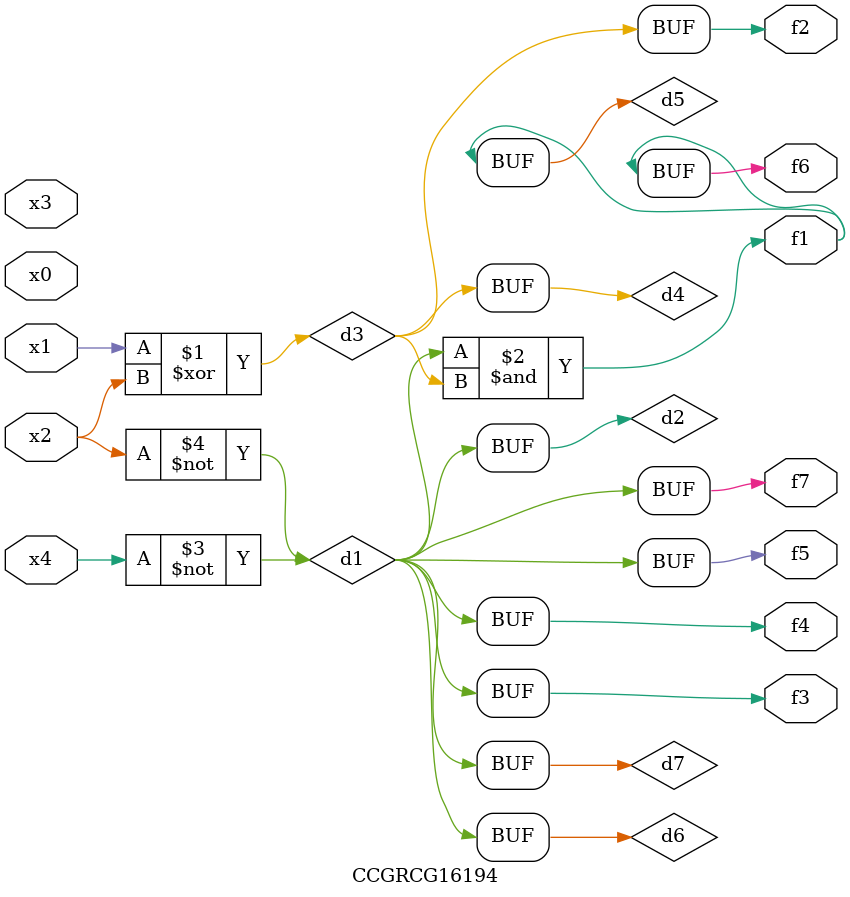
<source format=v>
module CCGRCG16194(
	input x0, x1, x2, x3, x4,
	output f1, f2, f3, f4, f5, f6, f7
);

	wire d1, d2, d3, d4, d5, d6, d7;

	not (d1, x4);
	not (d2, x2);
	xor (d3, x1, x2);
	buf (d4, d3);
	and (d5, d1, d3);
	buf (d6, d1, d2);
	buf (d7, d2);
	assign f1 = d5;
	assign f2 = d4;
	assign f3 = d7;
	assign f4 = d7;
	assign f5 = d7;
	assign f6 = d5;
	assign f7 = d7;
endmodule

</source>
